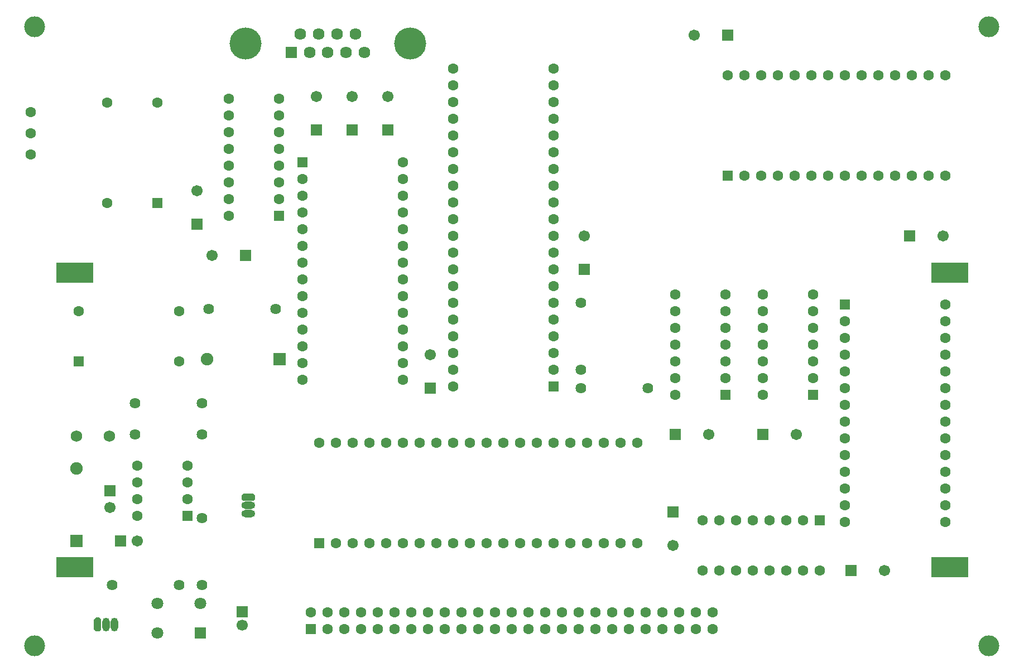
<source format=gbr>
G04 DipTrace 2.4.0.2*
%INTopMask.gbr*%
%MOIN*%
%ADD21R,0.063X0.063*%
%ADD22R,0.0709X0.0709*%
%ADD23C,0.0709*%
%ADD26C,0.063*%
%ADD33R,0.0669X0.0669*%
%ADD34C,0.0669*%
%ADD39C,0.125*%
%ADD50O,0.0827X0.0434*%
%ADD51O,0.0434X0.0827*%
%ADD52C,0.064*%
%ADD53C,0.064*%
%ADD54C,0.069*%
%ADD55C,0.1914*%
%ADD56C,0.0705*%
%ADD57R,0.0705X0.0705*%
%ADD58C,0.0749*%
%ADD59R,0.0749X0.0749*%
%ADD60C,0.067*%
%ADD61R,0.2245X0.1221*%
%FSLAX44Y44*%
G04*
G70*
G90*
G75*
G01*
%LNTopMask*%
%LPD*%
D61*
X3875Y23799D3*
Y6201D3*
X56142D3*
Y23799D3*
D60*
X6000Y9750D3*
D33*
Y10750D3*
D60*
X39625Y7500D3*
D33*
Y9500D3*
D60*
X7625Y7750D3*
D33*
X6625D3*
D60*
X40875Y38000D3*
D33*
X42875D3*
D60*
X25125Y18875D3*
D33*
Y16875D3*
D60*
X34313Y26000D3*
D33*
Y24000D3*
D60*
X18319Y34316D3*
D33*
Y32316D3*
D60*
X11194Y28691D3*
D33*
Y26691D3*
D60*
X41750Y14125D3*
D33*
X39750D3*
D60*
X55750Y26000D3*
D33*
X53750D3*
D60*
X20444Y34316D3*
D33*
Y32316D3*
D60*
X12069Y24816D3*
D33*
X14069D3*
D60*
X22569Y34316D3*
D33*
Y32316D3*
D60*
X47000Y14125D3*
D33*
X45000D3*
D60*
X52250Y6000D3*
D33*
X50250D3*
D59*
X16125Y18625D3*
D58*
X11775D3*
D59*
X4000Y7750D3*
D58*
Y12100D3*
D21*
X18500Y7625D3*
D26*
X19500D3*
X20500D3*
X21500D3*
X22500D3*
X23500D3*
X24500D3*
X25500D3*
X26500D3*
X27500D3*
X28500D3*
X29500D3*
X30500D3*
X31500D3*
X32500D3*
X33500D3*
X34500D3*
X35500D3*
X36500D3*
X37500D3*
Y13625D3*
X36500D3*
X35500D3*
X34500D3*
X33500D3*
X32500D3*
X31500D3*
X30500D3*
X29500D3*
X28500D3*
X27500D3*
X26500D3*
X25500D3*
X24500D3*
X23500D3*
X22500D3*
X21500D3*
X20500D3*
X19500D3*
X18500D3*
D21*
X17500Y30375D3*
D26*
Y29375D3*
Y28375D3*
Y27375D3*
Y26375D3*
Y25375D3*
Y24375D3*
Y23375D3*
Y22375D3*
Y21375D3*
Y20375D3*
Y19375D3*
Y18375D3*
Y17375D3*
X23484D3*
Y18375D3*
Y19375D3*
Y20375D3*
Y21375D3*
Y22375D3*
Y23375D3*
Y24375D3*
Y25375D3*
Y26375D3*
Y27375D3*
Y28375D3*
Y29375D3*
Y30375D3*
D21*
X42900Y29600D3*
D26*
X43900D3*
X44900D3*
X45900D3*
X46900D3*
X47900D3*
X48900D3*
X49900D3*
X50900D3*
X51900D3*
X52900D3*
X53900D3*
X54900D3*
X55900D3*
Y35600D3*
X54900D3*
X53900D3*
X52900D3*
X51900D3*
X50900D3*
X49900D3*
X48900D3*
X47900D3*
X46900D3*
X45900D3*
X44900D3*
X43900D3*
X42900D3*
D21*
X32500Y17000D3*
D26*
Y18000D3*
Y19000D3*
Y20000D3*
Y21000D3*
Y22000D3*
Y23000D3*
Y24000D3*
Y25000D3*
Y26000D3*
Y27000D3*
Y28000D3*
Y29000D3*
Y30000D3*
Y31000D3*
Y32000D3*
Y33000D3*
Y34000D3*
Y35000D3*
Y36000D3*
X26500D3*
Y35000D3*
Y34000D3*
Y33000D3*
Y32000D3*
Y31000D3*
Y30000D3*
Y29000D3*
Y28000D3*
Y27000D3*
Y26000D3*
Y25000D3*
Y24000D3*
Y23000D3*
Y22000D3*
Y21000D3*
Y20000D3*
Y19000D3*
Y18000D3*
Y17000D3*
D21*
X49870Y21875D3*
D26*
Y20875D3*
Y19875D3*
Y18875D3*
Y17875D3*
Y16875D3*
Y15875D3*
Y14875D3*
Y13875D3*
Y12875D3*
Y11875D3*
Y10875D3*
Y9875D3*
Y8875D3*
X55870D3*
Y9875D3*
Y10875D3*
Y11875D3*
Y12875D3*
Y13875D3*
Y14875D3*
Y15875D3*
Y16875D3*
Y17875D3*
Y18875D3*
Y19875D3*
Y20875D3*
Y21875D3*
D21*
X16069Y27191D3*
D26*
Y28191D3*
Y29191D3*
Y30191D3*
Y31191D3*
Y32191D3*
Y33191D3*
Y34191D3*
X13069D3*
Y33191D3*
Y32191D3*
Y31191D3*
Y30191D3*
Y29191D3*
Y28191D3*
Y27191D3*
D21*
X18000Y2500D3*
D26*
Y3500D3*
X19000Y2500D3*
Y3500D3*
X20000Y2500D3*
Y3500D3*
X21000Y2500D3*
Y3500D3*
X22000Y2500D3*
Y3500D3*
X23000Y2500D3*
Y3500D3*
X24000Y2500D3*
Y3500D3*
X25000Y2500D3*
Y3500D3*
X26000Y2500D3*
Y3500D3*
X27000Y2500D3*
Y3500D3*
X28000Y2500D3*
Y3500D3*
X29000Y2500D3*
Y3500D3*
X30000Y2500D3*
Y3500D3*
X31000Y2500D3*
Y3500D3*
X32000Y2500D3*
Y3500D3*
X33000Y2500D3*
Y3500D3*
X34000Y2500D3*
Y3500D3*
X35000Y2500D3*
Y3500D3*
X36000Y2500D3*
Y3500D3*
X37000Y2500D3*
Y3500D3*
X38000Y2500D3*
Y3500D3*
X39000Y2500D3*
Y3500D3*
X40000Y2500D3*
Y3500D3*
X41000Y2500D3*
Y3500D3*
X42000Y2500D3*
Y3500D3*
D33*
X13870Y3519D3*
D34*
Y2731D3*
D57*
X16819Y36941D3*
D56*
X17909D3*
X19000D3*
X20091D3*
X21181D3*
X17364Y38059D3*
X18455D3*
X19545D3*
X20636D3*
D55*
X14081Y37500D3*
X23919D3*
D54*
X3996Y14005D3*
X5964D3*
D53*
X11875Y21625D3*
D52*
X15875D3*
D53*
X7500Y16000D3*
D52*
X11500D3*
D53*
X38125Y16875D3*
D52*
X34125D3*
D53*
Y18000D3*
D52*
Y22000D3*
D53*
X6125Y5125D3*
D52*
X10125D3*
D53*
X7500Y14125D3*
D52*
X11500D3*
D22*
X11380Y2239D3*
D23*
Y4011D3*
X8820D3*
Y2239D3*
D26*
X1250Y33385D3*
Y32125D3*
Y30865D3*
G36*
X5033Y2451D2*
X5143Y2341D1*
X5357D1*
X5467Y2451D1*
Y3059D1*
X5357Y3169D1*
X5143D1*
X5033Y3059D1*
Y2451D1*
G37*
D51*
X5750Y2755D3*
X6250D3*
D21*
X48375Y9000D3*
D26*
X47375D3*
X46375D3*
X45375D3*
X44375D3*
X43375D3*
X42375D3*
X41375D3*
Y6000D3*
X42375D3*
X43375D3*
X44375D3*
X45375D3*
X46375D3*
X47375D3*
X48375D3*
D21*
X48000Y16500D3*
D26*
Y17500D3*
Y18500D3*
Y19500D3*
Y20500D3*
Y21500D3*
Y22500D3*
X45000D3*
Y21500D3*
Y20500D3*
Y19500D3*
Y18500D3*
Y17500D3*
Y16500D3*
D21*
X42750D3*
D26*
Y17500D3*
Y18500D3*
Y19500D3*
Y20500D3*
Y21500D3*
Y22500D3*
X39750D3*
Y21500D3*
Y20500D3*
Y19500D3*
Y18500D3*
Y17500D3*
Y16500D3*
D21*
X10630Y9255D3*
D26*
Y10255D3*
Y11255D3*
Y12255D3*
X7630D3*
Y11255D3*
Y10255D3*
Y9255D3*
D21*
X8819Y27941D3*
D26*
Y33941D3*
X5819D3*
Y27941D3*
D21*
X4125Y18500D3*
D26*
X10125D3*
Y21500D3*
X4125D3*
G36*
X13946Y10592D2*
X13836Y10482D1*
Y10268D1*
X13946Y10158D1*
X14554D1*
X14664Y10268D1*
Y10482D1*
X14554Y10592D1*
X13946D1*
G37*
D50*
X14250Y9875D3*
Y9375D3*
D53*
X11500Y5130D3*
D52*
Y9130D3*
D39*
X1500Y38500D3*
Y1500D3*
X58500D3*
Y38500D3*
M02*

</source>
